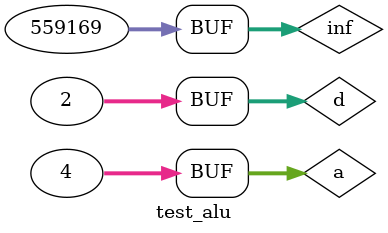
<source format=v>
module test_alu;
reg [31:0] a, d, inf;
wire [31:0] r;
wire n, z, c, v;

initial
begin

a = 32'b10; d = 32'b10; inf = 32'b00000000100010010001100010000000;
#10 a = 32'b10; d = 32'b10; inf = 32'b00010000100010010001100010000000;
#10 a = 32'b10000000000000000000000000000000; d = 32'b10000000000000000000000000000000; inf = 32'b00010000100010010001100010000000;
#10 a = 32'b10000000000000000000000000000000; d = 32'b10000000000000000000000000000000; inf = 32'b00010001100010010001100010000000;
#10 a = 32'b00000000000000000000000000000001; d = 32'b00000000000000000000000000000001; inf = 32'b00000010100010010001100010000000;
#10 a = 32'b10; d = 32'b10; inf = 32'b00010000100010001000100010000001;
#10 a = 32'b100; d = 32'b10; inf = 32'b00000000000010001000100001000001;

end

initial
begin

$monitor ($time, "a = %b, d = %b, inf = %b, r = %b, n = %b, z = %b, c = %b, v = %b", a, d, inf, r, n, z, c, v);

end

alu alu1(a, d, inf, r, n, z, c, v);

endmodule
</source>
